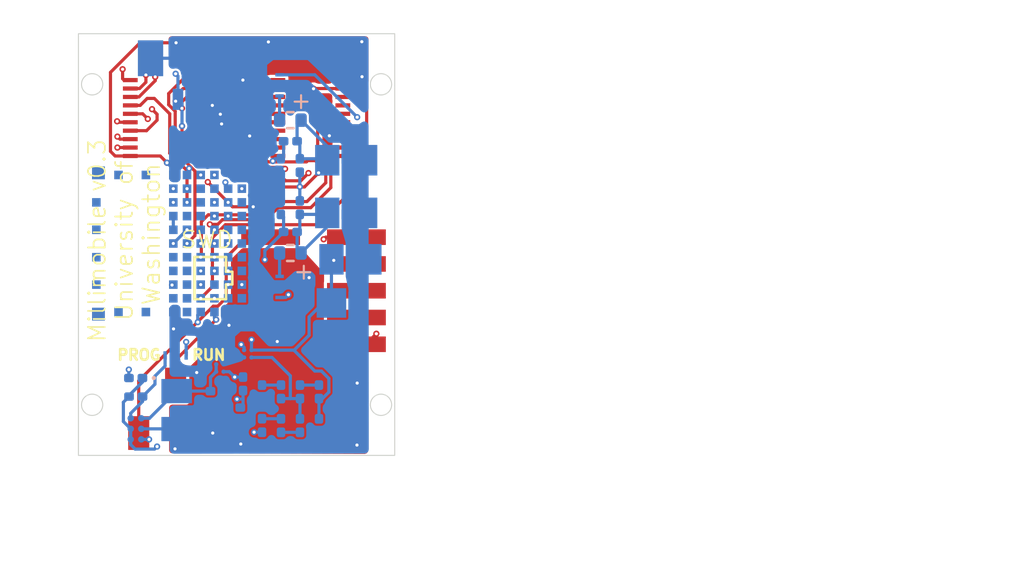
<source format=kicad_pcb>
(kicad_pcb (version 20240108) (generator "pcbnew") (generator_version "8.0")
  (layers (0 "F.Cu" signal) (1 "In1.Cu" signal "Fin.Cu") (2 "In2.Cu" signal "Bin.Cu") (31 "B.Cu" signal) (34 "B.Paste" user) (35 "F.Paste" user) (36 "B.SilkS" user "B.Silkscreen") (37 "F.SilkS" user "F.Silkscreen") (38 "B.Mask" user) (39 "F.Mask" user) (44 "Edge.Cuts" user))
  (net 0 "")
  (net 1 "GND")
  (net 2 "SuperCap")
  (net 3 "1.9V")
  (net 4 "Net-(1.9V1-CONTROL)")
  (net 5 "Sys_V")
  (net 6 "Mcap_1")
  (net 7 "Mcap_2")
  (net 8 "MCU_VDD")
  (net 9 "BATTERY_IN")
  (net 10 "Solar_In")
  (net 11 "Motor_V")
  (net 12 "PROG_VDD")
  (net 14 "Net-(M1--)")
  (net 15 "Net-(M2--)")
  (net 16 "Net-(R1-Pad2)")
  (net 17 "Net-(R3-Pad2)")
  (net 18 "Net-(R6-Pad1)")
  (net 19 "Net-(R7-Pad1)")
  (net 20 "Mcap_1_sense")
  (net 21 "Mcap_2_sense")
  (net 22 "SDA")
  (net 24 "In1")
  (net 25 "In2")
  (net 26 "Switch_CTRL")
  (net 27 "QSPI0")
  (net 30 "SWDCLK")
  (net 34 "SWDIO")
  (net 35 "SPI_SCK")
  (net 37 "SPI_MOSI")
  (net 38 "nRST")
  (net 39 "SCL")
  (net 40 "QSPI2")
  (net 41 "QSPI1")
  (net 42 "QSPI3")
  (net 43 "SPI_MISO")
  (net 44 "SPI_CSN")
  (net 45 "QSPI_CLK")
  (net 47 "Net-(U1-S)")
  (net 48 "SPI_DCX")
  (net 49 "QSPI_CS")
  (net 52 "SuperCap_sense")
  (net 62 "UART_RXD")
  (net 65 "Net-(U6-OUT_ANT)")
  (net 77 "UART_TXD")
  (net 79 "A3")
  (net 80 "A4")
  (net 81 "A5")
  (net 82 "A6")
  (net 83 "A7")
  (net 100 "unconnected-(J4-Pad5)")
  (footprint "MB-Components:DF40C2020DS04V51" (layer "F.Cu") (at 111 104 -90)
    (property "Reference" "J4" (hide yes))
    (property "Value" "DF40C_2.0_-20DS-0.4V_51_" (hide yes))
  )
  (footprint "MB-Components:DF40C2020DS04V51" (layer "F.Cu") (at 104 104 -90)
    (property "Reference" "J2" (hide yes))
    (property "Value" "DF40C_2.0_-20DS-0.4V_51_" (hide yes))
  )
  (footprint "MB-Components:CAS120A1" (layer "F.Cu") (at 104.61 117.79)
    (property "Reference" "S1" (hide yes))
    (property "Value" "CAS-120A1" (hide yes))
  )
  (footprint "MB-Components:SAMTEC_FTSH-105-01-F-DV-P-TR" (layer "F.Cu") (at 111.15 112.19 -90)
    (property "Reference" "J3" (hide yes))
    (property "Value" "FTSH-105-01-F-DV-P-TR" (hide yes))
  )
  (footprint "MB-Components:TCR3UG10A" (layer "B.Cu") (at 106.707747 115.854792)
    (property "Reference" "2.5V1" (hide yes))
    (property "Value" "TCR3UG10A" (hide yes))
  )
  (footprint "Resistor_SMD:R_0201_0603Metric" (layer "B.Cu") (at 109.6 108.25 90)
    (property "Reference" "R16" (hide yes))
    (property "Value" "150K")
  )
  (footprint "Diode_SMD:D_0201_0603Metric" (layer "B.Cu") (at 110.5 108.25 90)
    (property "Reference" "CR3" (hide yes))
    (property "Value" "SMS7630-079LF")
  )
  (footprint "Resistor_SMD:R_0201_0603Metric" (layer "B.Cu") (at 110.507747 116.984792 -90)
    (property "Reference" "R2" (hide yes))
    (property "Value" "3M")
  )
  (footprint "MB-Components:CAPC2012X140N" (layer "B.Cu") (at 112.7 106 180)
    (property "Reference" "C4" (hide yes))
    (property "Value" "100u")
  )
  (footprint "Resistor_SMD:R_0201_0603Metric" (layer "B.Cu") (at 109.607747 116.984792 90)
    (property "Reference" "R3" (hide yes))
    (property "Value" "2.49M")
  )
  (footprint "Resistor_SMD:R_0201_0603Metric" (layer "B.Cu") (at 108.707747 118.579792 90)
    (property "Reference" "R8" (hide yes))
    (property "Value" "10M")
  )
  (footprint "MB-Components:CAPCP3225X100N" (layer "B.Cu") (at 112 113.87 -90)
    (property "Reference" "C1" (hide yes))
    (property "Value" "7.5m")
  )
  (footprint "Diode_SMD:D_0201_0603Metric" (layer "B.Cu") (at 110.5 106.25 -90)
    (property "Reference" "CR2" (hide yes))
    (property "Value" "SMS7630-079LF")
  )
  (footprint "MB-Components:SN74LVC1G3157YZPR" (layer "B.Cu") (at 102.73 118.74)
    (property "Reference" "U1" (hide yes))
    (property "Value" "SN74LVC1G3157YZP" (hide yes))
  )
  (footprint "Resistor_SMD:R_0201_0603Metric" (layer "B.Cu") (at 109.607747 118.584792 -90)
    (property "Reference" "R7" (hide yes))
    (property "Value" "10M")
  )
  (footprint "Resistor_SMD:R_0201_0603Metric" (layer "B.Cu") (at 110.05 105.1 180)
    (property "Reference" "R13" (hide yes))
    (property "Value" "750K")
  )
  (footprint "Resistor_SMD:R_0201_0603Metric" (layer "B.Cu") (at 107.807747 116.604792 -90)
    (property "Reference" "R17" (hide yes))
    (property "Value" "750K")
  )
  (footprint "Resistor_SMD:R_0201_0603Metric" (layer "B.Cu") (at 109.6 106.25 -90)
    (property "Reference" "R14" (hide yes))
    (property "Value" "150K")
  )
  (footprint "Capacitor_SMD:C_0201_0603Metric" (layer "B.Cu") (at 111.407747 118.584792 -90)
    (property "Reference" "1uF1" (hide yes))
    (property "Value" "C_Small")
  )
  (footprint "Resistor_SMD:R_0201_0603Metric" (layer "B.Cu") (at 102.72 117.21 180)
    (property "Reference" "R5" (hide yes))
    (property "Value" "1M")
  )
  (footprint "Resistor_SMD:R_0402_1005Metric" (layer "B.Cu") (at 110.05 104.1 180)
    (property "Reference" "M1" (hide yes))
    (property "Value" "Motor_DC")
  )
  (footprint "Resistor_SMD:R_0201_0603Metric" (layer "B.Cu") (at 110.05 109.4 180)
    (property "Reference" "R15" (hide yes))
    (property "Value" "750K")
  )
  (footprint "MB-Components:LGA72_ISP2053_ISP" (layer "B.Cu") (at 104.3 109.95 90)
    (property "Reference" "U6" (hide yes))
    (property "Value" "ISP2053-AX-RS")
  )
  (footprint "Resistor_SMD:R_0201_0603Metric" (layer "B.Cu") (at 110.507747 118.584792 90)
    (property "Reference" "R6" (hide yes))
    (property "Value" "10M")
  )
  (footprint "MB-Components:TCR3UG10A" (layer "B.Cu") (at 108.032747 115.179792 180)
    (property "Reference" "1.9V1" (hide yes))
    (property "Value" "TCR3UG10A" (hide yes))
  )
  (footprint "MB-Components:CAPC2012X140N" (layer "B.Cu") (at 112.9 110.7)
    (property "Reference" "C7" (hide yes))
    (property "Value" "100u")
  )
  (footprint "Resistor_SMD:R_0402_1005Metric" (layer "B.Cu") (at 110.05 110.4 180)
    (property "Reference" "M2" (hide yes))
    (property "Value" "Motor_DC")
  )
  (footprint "Resistor_SMD:R_0201_0603Metric" (layer "B.Cu") (at 108.707747 116.984792 -90)
    (property "Reference" "R4" (hide yes))
    (property "Value" "200K")
  )
  (footprint "MB-Components:CAPC2012X140N" (layer "B.Cu") (at 112.7 108.5 180)
    (property "Reference" "C5" (hide yes))
    (property "Value" "100u")
  )
  (footprint "MB-Components:JST_SM02B-SURS-TF(LF)(SN)" (layer "B.Cu") (at 105.12 103.115)
    (property "Reference" "J1" (hide yes))
    (property "Value" "SM02B-SURS-TF(LF)(SN)")
  )
  (footprint "MB-Components:CSD17585F5T" (layer "B.Cu") (at 104.610005 115.26 90)
    (property "Reference" "U3" (hide yes))
    (property "Value" "CSD17585F5T" (hide yes))
  )
  (footprint "MB-Components:CAPC2012X140N" (layer "B.Cu") (at 104.66 117.85 -90)
    (property "Reference" "C2" (hide yes))
    (property "Value" "100u")
  )
  (footprint "Resistor_SMD:R_0201_0603Metric" (layer "B.Cu") (at 111.407747 116.984792 90)
    (property "Reference" "R1" (hide yes))
    (property "Value" "3M")
  )
  (footprint "Resistor_SMD:R_0201_0603Metric" (layer "B.Cu") (at 107.357747 117.729792)
    (property "Reference" "R18" (hide yes))
    (property "Value" "750K")
  )
  (footprint "Capacitor_SMD:C_0201_0603Metric" (layer "B.Cu") (at 106.582747 116.954792 180)
    (property "Reference" "Csmall1" (hide yes))
    (property "Value" "1u")
  )
  (footprint "MB-Components:CSD17585F5T" (layer "B.Cu") (at 109.54 102.45 180)
    (property "Reference" "U4" (hide yes))
    (property "Value" "CSD17585F5T" (hide yes))
  )
  (footprint "Diode_SMD:D_0201_0603Metric" (layer "B.Cu") (at 102.715 116.33 180)
    (property "Reference" "CR1" (hide yes))
    (property "Value" "SMS7630-079LF")
  )
  (footprint "MB-Components:CSD17585F5T" (layer "B.Cu") (at 109.54 112.01)
    (property "Reference" "U5" (hide yes))
    (property "Value" "CSD17585F5T" (hide yes))
  )
  (gr_line (start 107 112.59) (end 107 111.89) (stroke (width 0.12)) (layer "F.SilkS"))
  (gr_line (start 107.3 111.29) (end 107 111.29) (stroke (width 0.12)) (layer "F.SilkS"))
  (gr_line (start 105.5 112.59) (end 107 112.59) (stroke (width 0.12)) (layer "F.SilkS"))
  (gr_line (start 107.3 111.89) (end 107.3 111.29) (stroke (width 0.12)) (layer "F.SilkS"))
  (gr_line (start 107 110.59) (end 105.5 110.59) (stroke (width 0.12)) (layer "F.SilkS"))
  (gr_line (start 107 111.89) (end 107.3 111.89) (stroke (width 0.12)) (layer "F.SilkS"))
  (gr_line (start 105.5 110.59) (end 105.5 112.59) (stroke (width 0.12)) (layer "F.SilkS"))
  (gr_line (start 107 111.29) (end 107 110.59) (stroke (width 0.12)) (layer "F.SilkS"))
  (gr_circle (center 100.65 102.4) (end 101.155 102.4) (stroke (width 0.05)) (fill none) (layer "Edge.Cuts"))
  (gr_circle (center 114.35 102.4) (end 114.855 102.4) (stroke (width 0.05)) (fill none) (layer "Edge.Cuts"))
  (gr_circle (center 114.35 117.6) (end 114.855 117.6) (stroke (width 0.05)) (fill none) (layer "Edge.Cuts"))
  (gr_circle (center 100.65 117.6) (end 101.155 117.6) (stroke (width 0.05)) (fill none) (layer "Edge.Cuts"))
  (gr_rect (start 100 100) (end 115 120) (stroke (width 0.05)) (fill none) (layer "Edge.Cuts"))
  (gr_text "+" (at 111.25 111.72 0) (layer "B.SilkS") (effects (font (size 0.8 0.8) (thickness 0.1) (bold yes)) (justify left bottom mirror)))
  (gr_text "+" (at 111.12 103.63 0) (layer "B.SilkS") (effects (font (size 0.8 0.8) (thickness 0.1) (bold yes)) (justify left bottom mirror)))
  (gr_text "Millimobile v0.3 \nUniversity of \nWashington" (at 103.929555 109.510445 90) (layer "F.SilkS") (effects (font (size 0.8 0.8) (thickness 0.08)) (justify bottom)))
  (gr_text "PROG    RUN" (at 104.41 115.53 0) (layer "F.SilkS") (effects (font (size 0.5 0.5) (thickness 0.125) (bold yes)) (justify bottom)))
  (gr_text "SWD" (at 104.8 110.24 0) (layer "F.SilkS") (effects (font (size 0.8 0.8) (thickness 0.08)) (justify left bottom)))
  (segment (start 101.74 105.8) (end 101.52 105.58) (width 0.15) (layer "F.Cu") (net 1))
  (segment (start 102.923897 100.43) (end 104.63 100.43) (width 0.15) (layer "F.Cu") (net 1))
  (segment (start 101.52 105.58) (end 101.52 101.833897) (width 0.15) (layer "F.Cu") (net 1))
  (segment (start 101.52 101.833897) (end 102.923897 100.43) (width 0.15) (layer "F.Cu") (net 1))
  (segment (start 103.88 105.8) (end 102.46 105.8) (width 0.15) (layer "F.Cu") (net 1))
  (segment (start 104.2 106.12) (end 103.88 105.8) (width 0.15) (layer "F.Cu") (net 1))
  (segment (start 110.46 112.19) (end 109.115 112.19) (width 0.15) (layer "F.Cu") (net 1))
  (segment (start 102.46 105.8) (end 101.74 105.8) (width 0.15) (layer "F.Cu") (net 1))
  (via (at 113.44 100.38) (size 0.3) (drill 0.15) (layers "F.Cu" "B.Cu") (net 1))
  (via (at 109.43 114.6) (size 0.3) (drill 0.15) (layers "F.Cu" "B.Cu") (net 1))
  (via (at 107.14 113.83) (size 0.3) (drill 0.15) (layers "F.Cu" "B.Cu") (net 1))
  (via (at 113.22 116.57) (size 0.3) (drill 0.15) (layers "F.Cu" "B.Cu") (net 1))
  (via (at 109.01 100.39) (size 0.3) (drill 0.15) (layers "F.Cu" "B.Cu") (net 1))
  (via (at 113.45 102.04) (size 0.3) (drill 0.15) (layers "F.Cu" "B.Cu") (net 1))
  (via (at 104.2 106.12) (size 0.3) (drill 0.15) (layers "F.Cu" "B.Cu") (net 1))
  (via (at 110.94 111.57) (size 0.3) (drill 0.15) (layers "F.Cu" "B.Cu") (net 1))
  (via (at 113.21 119.51) (size 0.3) (drill 0.15) (layers "F.Cu" "B.Cu") (net 1))
  (via (at 107.7 119.46) (size 0.3) (drill 0.15) (layers "F.Cu" "B.Cu") (net 1))
  (via (at 104.58 119.69) (size 0.3) (drill 0.15) (layers "F.Cu" "B.Cu") (net 1))
  (via (at 105.61 116.07) (size 0.3) (drill 0.15) (layers "F.Cu" "B.Cu") (net 1))
  (via (at 104.63 100.43) (size 0.3) (drill 0.15) (layers "F.Cu" "B.Cu") (net 1))
  (via (at 107.8 102.2) (size 0.3) (drill 0.15) (layers "F.Cu" "B.Cu") (net 1))
  (via (at 111.9 104.84) (size 0.3) (drill 0.15) (layers "F.Cu" "B.Cu") (net 1))
  (via (at 108.12 104.85) (size 0.3) (drill 0.15) (layers "F.Cu" "B.Cu") (net 1))
  (via micro (at 104.5 108) (size 0.3) (drill 0.15) (layers "In1.Cu" "B.Cu") (net 1))
  (via micro (at 104.5 109.95) (size 0.3) (drill 0.15) (layers "In2.Cu" "B.Cu") (net 1))
  (via micro (at 104.51 114) (size 0.3) (drill 0.15) (layers "In2.Cu" "B.Cu") (net 1))
  (via micro (at 105.15 109.3) (size 0.3) (drill 0.15) (layers "In2.Cu" "B.Cu") (net 1))
  (segment (start 102.98 118.74) (end 104.65 118.74) (width 0.15) (layer "B.Cu") (net 1))
  (segment (start 104.51 106.43) (end 104.51 106.69) (width 0.15) (layer "B.Cu") (net 1))
  (segment (start 109.6 107.93) (end 109.52 107.93) (width 0.15) (layer "B.Cu") (net 1))
  (segment (start 106.902747 117.594792) (end 107.037747 117.729792) (width 0.15) (layer "B.Cu") (net 1))
  (segment (start 107.63 106.6) (end 107.65 106.6) (width 0.15) (layer "B.Cu") (net 1))
  (segment (start 104.5 109.95) (end 105.15 109.3) (width 0.15) (layer "B.Cu") (net 1))
  (segment (start 104.51 106.69) (end 104.5 106.7) (width 0.15) (layer "B.Cu") (net 1))
  (segment (start 104.2 106.12) (end 104.51 106.43) (width 0.15) (layer "B.Cu") (net 1))
  (segment (start 104.65 118.74) (end 104.66 118.75) (width 0.15) (layer "B.Cu") (net 1))
  (segment (start 103.42 101.165) (end 106.82 101.165) (width 0.15) (layer "B.Cu") (net 1))
  (via micro (at 108.21 114.51) (size 0.3) (drill 0.15) (layers "In2.Cu" "B.Cu") (net 2))
  (via micro (at 107.409792 116.284792) (size 0.3) (drill 0.15) (layers "In2.Cu" "B.Cu") (net 2))
  (segment (start 111.407747 117.304792) (end 111.570208 117.304792) (width 0.15) (layer "B.Cu") (net 2))
  (segment (start 111.407747 118.264792) (end 111.407747 117.304792) (width 0.15) (layer "B.Cu") (net 2))
  (segment (start 108.207747 114.512253) (end 108.21 114.51) (width 0.15) (layer "B.Cu") (net 2))
  (segment (start 110.94 114.3) (end 110.94 113.435) (width 0.15) (layer "B.Cu") (net 2))
  (segment (start 112 110.7) (end 112 112.77) (width 0.15) (layer "B.Cu") (net 2))
  (segment (start 111.570208 117.304792) (end 111.875 117) (width 0.15) (layer "B.Cu") (net 2))
  (segment (start 110.94 113.435) (end 111.605 112.77) (width 0.15) (layer "B.Cu") (net 2))
  (segment (start 106.882747 116.029792) (end 107.154792 116.029792) (width 0.15) (layer "B.Cu") (net 2))
  (segment (start 107.154792 116.029792) (end 107.409792 116.284792) (width 0.15) (layer "B.Cu") (net 2))
  (segment (start 111.875 117) (end 111.875 116.35) (width 0.15) (layer "B.Cu") (net 2))
  (segment (start 110.214792 115.004792) (end 109.529792 115.004792) (width 0.15) (layer "B.Cu") (net 2))
  (segment (start 111.875 116.35) (end 111.525 116) (width 0.15) (layer "B.Cu") (net 2))
  (segment (start 111.605 112.77) (end 112 112.77) (width 0.15) (layer "B.Cu") (net 2))
  (segment (start 111.525 116) (end 111.21 116) (width 0.15) (layer "B.Cu") (net 2))
  (segment (start 110.235208 115.004792) (end 110.94 114.3) (width 0.15) (layer "B.Cu") (net 2))
  (segment (start 108.207747 115.004792) (end 108.207747 114.512253) (width 0.15) (layer "B.Cu") (net 2))
  (segment (start 109.529792 115.004792) (end 110.235208 115.004792) (width 0.15) (layer "B.Cu") (net 2))
  (segment (start 111.21 116) (end 110.214792 115.004792) (width 0.15) (layer "B.Cu") (net 2))
  (segment (start 109.529792 115.004792) (end 108.207747 115.004792) (width 0.15) (layer "B.Cu") (net 2))
  (segment (start 107.409792 116.284792) (end 107.807747 116.284792) (width 0.15) (layer "B.Cu") (net 2))
  (segment (start 101.85 105.4) (end 102.46 105.4) (width 0.15) (layer "F.Cu") (net 3))
  (segment (start 106.36 118.94) (end 106.37 118.94) (width 0.15) (layer "F.Cu") (net 3))
  (via micro (at 101.85 105.4) (size 0.3) (drill 0.15) (layers "F.Cu" "In1.Cu") (net 3))
  (via micro (at 106.37 118.94) (size 0.3) (drill 0.15) (layers "F.Cu" "In2.Cu") (net 3))
  (via micro (at 107.72 114.74) (size 0.3) (drill 0.15) (layers "In2.Cu" "B.Cu") (net 3))
  (via micro (at 108.33 118.9) (size 0.3) (drill 0.15) (layers "In2.Cu" "B.Cu") (net 3))
  (segment (start 108.330208 118.899792) (end 108.33 118.9) (width 0.15) (layer "B.Cu") (net 3))
  (segment (start 107.857747 115.004792) (end 107.857747 114.877747) (width 0.15) (layer "B.Cu") (net 3))
  (segment (start 107.857747 114.877747) (end 107.72 114.74) (width 0.15) (layer "B.Cu") (net 3))
  (segment (start 108.707747 118.899792) (end 108.330208 118.899792) (width 0.15) (layer "B.Cu") (net 3))
  (segment (start 109.179792 115.354792) (end 110.05 116.225) (width 0.15) (layer "B.Cu") (net 4))
  (segment (start 110.507747 117.304792) (end 110.507747 118.264792) (width 0.15) (layer "B.Cu") (net 4))
  (segment (start 110.05 117.304792) (end 109.607747 117.304792) (width 0.15) (layer "B.Cu") (net 4))
  (segment (start 110.507747 117.304792) (end 110.05 117.304792) (width 0.15) (layer "B.Cu") (net 4))
  (segment (start 110.05 116.225) (end 110.05 117.304792) (width 0.15) (layer "B.Cu") (net 4))
  (segment (start 108.207747 115.354792) (end 109.179792 115.354792) (width 0.15) (layer "B.Cu") (net 4))
  (segment (start 104.66 116.95) (end 106.257955 116.95) (width 0.15) (layer "B.Cu") (net 5))
  (segment (start 106.257955 116.95) (end 106.262747 116.954792) (width 0.15) (layer "B.Cu") (net 5))
  (segment (start 106.262747 116.299792) (end 106.532747 116.029792) (width 0.15) (layer "B.Cu") (net 5))
  (segment (start 102.98 118.24) (end 103.37 118.24) (width 0.15) (layer "B.Cu") (net 5))
  (segment (start 106.262747 116.954792) (end 106.262747 116.299792) (width 0.15) (layer "B.Cu") (net 5))
  (segment (start 103.37 118.24) (end 104.66 116.95) (width 0.15) (layer "B.Cu") (net 5))
  (segment (start 106.532747 116.029792) (end 106.532747 115.679792) (width 0.15) (layer "B.Cu") (net 5))
  (segment (start 110.5 105.93) (end 111.73 105.93) (width 0.15) (layer "B.Cu") (net 6))
  (segment (start 110.5 105.93) (end 110.5 105.23) (width 0.15) (layer "B.Cu") (net 6))
  (segment (start 110.37 104.29) (end 110.56 104.1) (width 0.15) (layer "B.Cu") (net 6))
  (segment (start 111.73 105.93) (end 111.8 106) (width 0.15) (layer "B.Cu") (net 6))
  (segment (start 110.5 105.23) (end 110.37 105.1) (width 0.15) (layer "B.Cu") (net 6))
  (segment (start 111.8 106) (end 111.8 105.34) (width 0.15) (layer "B.Cu") (net 6))
  (segment (start 110.37 105.1) (end 110.37 104.29) (width 0.15) (layer "B.Cu") (net 6))
  (segment (start 111.8 105.34) (end 110.56 104.1) (width 0.15) (layer "B.Cu") (net 6))
  (segment (start 110.5 108.57) (end 111.73 108.57) (width 0.15) (layer "B.Cu") (net 7))
  (segment (start 111.8 109.16) (end 110.56 110.4) (width 0.15) (layer "B.Cu") (net 7))
  (segment (start 111.73 108.57) (end 111.8 108.5) (width 0.15) (layer "B.Cu") (net 7))
  (segment (start 110.37 109.4) (end 110.37 110.21) (width 0.15) (layer "B.Cu") (net 7))
  (segment (start 110.5 109.27) (end 110.37 109.4) (width 0.15) (layer "B.Cu") (net 7))
  (segment (start 110.37 110.21) (end 110.56 110.4) (width 0.15) (layer "B.Cu") (net 7))
  (segment (start 111.8 108.5) (end 111.8 109.16) (width 0.15) (layer "B.Cu") (net 7))
  (segment (start 110.5 108.57) (end 110.5 109.27) (width 0.15) (layer "B.Cu") (net 7))
  (segment (start 106.53 113.56) (end 104.61 115.48) (width 0.15) (layer "F.Cu") (net 8))
  (segment (start 104.61 115.48) (end 104.61 116.64) (width 0.15) (layer "F.Cu") (net 8))
  (via micro (at 106.53 113.56) (size 0.3) (drill 0.15) (layers "F.Cu" "B.Cu") (net 8))
  (segment (start 106.45 113.48) (end 106.53 113.56) (width 0.15) (layer "B.Cu") (net 8))
  (segment (start 106.45 113.2) (end 106.45 113.48) (width 0.15) (layer "B.Cu") (net 8))
  (segment (start 109.58 107.27) (end 109.26 106.95) (width 0.15) (layer "F.Cu") (net 9))
  (segment (start 111.390643 106.598057) (end 110.7187 107.27) (width 0.15) (layer "F.Cu") (net 9))
  (segment (start 109.26 106.95) (end 107.65 106.95) (width 0.15) (layer "F.Cu") (net 9))
  (segment (start 110.7187 107.27) (end 109.58 107.27) (width 0.15) (layer "F.Cu") (net 9))
  (segment (start 106.1 105.4) (end 105.54 105.4) (width 0.15) (layer "F.Cu") (net 9))
  (segment (start 107.65 106.95) (end 106.1 105.4) (width 0.15) (layer "F.Cu") (net 9))
  (via micro (at 111.390643 106.598057) (size 0.3) (drill 0.15) (layers "F.Cu" "In1.Cu") (net 9))
  (via micro (at 103.73 119.58) (size 0.3) (drill 0.15) (layers "In1.Cu" "B.Cu") (net 9))
  (segment (start 102.132253 117.477747) (end 102.4 117.21) (width 0.15) (layer "B.Cu") (net 9))
  (segment (start 102.48 119.49) (end 102.69 119.7) (width 0.15) (layer "B.Cu") (net 9))
  (segment (start 102.4 117.157461) (end 103.035 116.522461) (width 0.15) (layer "B.Cu") (net 9))
  (segment (start 103.61 119.7) (end 103.73 119.58) (width 0.15) (layer "B.Cu") (net 9))
  (segment (start 102.48 119.24) (end 102.48 119.49) (width 0.15) (layer "B.Cu") (net 9))
  (segment (start 102.48 119.24) (end 102.48 118.74) (width 0.15) (layer "B.Cu") (net 9))
  (segment (start 102.48 118.74) (end 102.132253 118.392253) (width 0.15) (layer "B.Cu") (net 9))
  (segment (start 102.4 117.21) (end 102.4 117.157461) (width 0.15) (layer "B.Cu") (net 9))
  (segment (start 103.035 116.522461) (end 103.035 116.33) (width 0.15) (layer "B.Cu") (net 9))
  (segment (start 102.132253 118.392253) (end 102.132253 117.477747) (width 0.15) (layer "B.Cu") (net 9))
  (segment (start 102.69 119.7) (end 103.61 119.7) (width 0.15) (layer "B.Cu") (net 9))
  (segment (start 104.912764 105.482764) (end 105.23 105.8) (width 0.15) (layer "F.Cu") (net 10))
  (segment (start 104.912764 104.380648) (end 104.912764 105.482764) (width 0.15) (layer "F.Cu") (net 10))
  (segment (start 105.23 105.8) (end 105.54 105.8) (width 0.15) (layer "F.Cu") (net 10))
  (via micro (at 104.912764 104.380648) (size 0.3) (drill 0.15) (layers "F.Cu" "B.Cu") (net 10))
  (via micro (at 104.61 101.9) (size 0.3) (drill 0.15) (layers "In1.Cu" "B.Cu") (net 10))
  (via micro (at 102.39 115.93) (size 0.3) (drill 0.15) (layers "In2.Cu" "B.Cu") (net 10))
  (segment (start 104.61 101.9) (end 104.72 102.01) (width 0.15) (layer "B.Cu") (net 10))
  (segment (start 104.912764 103.307764) (end 104.72 103.115) (width 0.15) (layer "B.Cu") (net 10))
  (segment (start 104.912764 104.380648) (end 104.912764 103.307764) (width 0.15) (layer "B.Cu") (net 10))
  (segment (start 102.39 116.325) (end 102.395 116.33) (width 0.15) (layer "B.Cu") (net 10))
  (segment (start 104.72 102.01) (end 104.72 103.115) (width 0.15) (layer "B.Cu") (net 10))
  (segment (start 102.39 115.93) (end 102.39 116.325) (width 0.15) (layer "B.Cu") (net 10))
  (via micro (at 103.35 119.24) (size 0.3) (drill 0.15) (layers "In1.Cu" "B.Cu") (net 11))
  (via micro (at 110.5 107.26) (size 0.3) (drill 0.15) (layers "In1.Cu" "B.Cu") (net 11))
  (segment (start 110.5 106.57) (end 110.5 107.93) (width 0.15) (layer "B.Cu") (net 11))
  (segment (start 102.98 119.24) (end 103.35 119.24) (width 0.15) (layer "B.Cu") (net 11))
  (segment (start 106.395 112.925) (end 102.86 116.46) (width 0.15) (layer "F.Cu") (net 12))
  (segment (start 107.97 109.65) (end 107.01 110.61) (width 0.15) (layer "F.Cu") (net 12))
  (segment (start 102.86 116.46) (end 102.86 118.94) (width 0.15) (layer "F.Cu") (net 12))
  (segment (start 107.01 110.61) (end 107.01 112.520331) (width 0.15) (layer "F.Cu") (net 12))
  (segment (start 109.115 109.65) (end 107.97 109.65) (width 0.15) (layer "F.Cu") (net 12))
  (segment (start 107.01 112.520331) (end 106.605331 112.925) (width 0.15) (layer "F.Cu") (net 12))
  (segment (start 106.605331 112.925) (end 106.395 112.925) (width 0.15) (layer "F.Cu") (net 12))
  (segment (start 109.54 102.949982) (end 109.54 104.1) (width 0.15) (layer "B.Cu") (net 14))
  (segment (start 109.54 111.510018) (end 109.54 110.4) (width 0.15) (layer "B.Cu") (net 15))
  (segment (start 110.507747 116.664792) (end 111.407747 116.664792) (width 0.15) (layer "B.Cu") (net 16))
  (segment (start 108.707747 116.664792) (end 109.607747 116.664792) (width 0.15) (layer "B.Cu") (net 17))
  (segment (start 109.607747 118.904792) (end 110.507747 118.904792) (width 0.15) (layer "B.Cu") (net 18))
  (segment (start 109.602747 118.259792) (end 109.607747 118.264792) (width 0.15) (layer "B.Cu") (net 19))
  (segment (start 108.707747 118.259792) (end 109.602747 118.259792) (width 0.15) (layer "B.Cu") (net 19))
  (via micro (at 109.22 106.04) (size 0.3) (drill 0.15) (layers "In2.Cu" "B.Cu") (net 20))
  (via micro (at 107.1 108.65) (size 0.3) (drill 0.15) (layers "In2.Cu" "B.Cu") (net 20))
  (segment (start 109.73 105.8) (end 109.6 105.93) (width 0.15) (layer "B.Cu") (net 20))
  (segment (start 109.33 105.93) (end 109.6 105.93) (width 0.15) (layer "B.Cu") (net 20))
  (segment (start 109.73 105.1) (end 109.73 105.8) (width 0.15) (layer "B.Cu") (net 20))
  (segment (start 109.22 106.04) (end 109.33 105.93) (width 0.15) (layer "B.Cu") (net 20))
  (via micro (at 107.1 111.9) (size 0.3) (drill 0.15) (layers "In2.Cu" "B.Cu") (net 21))
  (via micro (at 108.84 110.72) (size 0.3) (drill 0.15) (layers "In2.Cu" "B.Cu") (net 21))
  (segment (start 108.84 110.72) (end 108.84 110.29) (width 0.15) (layer "B.Cu") (net 21))
  (segment (start 108.84 110.29) (end 109.73 109.4) (width 0.15) (layer "B.Cu") (net 21))
  (segment (start 109.73 108.7) (end 109.6 108.57) (width 0.15) (layer "B.Cu") (net 21))
  (segment (start 109.73 109.4) (end 109.73 108.7) (width 0.15) (layer "B.Cu") (net 21))
  (segment (start 106.71 103.8) (end 106.73 103.82) (width 0.15) (layer "F.Cu") (net 22))
  (segment (start 105.54 103.8) (end 106.71 103.8) (width 0.15) (layer "F.Cu") (net 22))
  (via micro (at 106.73 103.82) (size 0.3) (drill 0.15) (layers "F.Cu" "In1.Cu") (net 22))
  (via micro (at 107.75 111.9) (size 0.3) (drill 0.15) (layers "In2.Cu" "B.Cu") (net 22))
  (via micro (at 105.66 113.68) (size 0.3) (drill 0.15) (layers "In1.Cu" "B.Cu") (net 24))
  (via micro (at 113.22 103.96) (size 0.3) (drill 0.15) (layers "In2.Cu" "B.Cu") (net 24))
  (segment (start 105.66 113.34) (end 105.8 113.2) (width 0.15) (layer "B.Cu") (net 24))
  (segment (start 111.210005 101.950005) (end 113.22 103.96) (width 0.15) (layer "B.Cu") (net 24))
  (segment (start 109.54 101.950005) (end 111.210005 101.950005) (width 0.15) (layer "B.Cu") (net 24))
  (segment (start 105.66 113.68) (end 105.66 113.34) (width 0.15) (layer "B.Cu") (net 24))
  (via micro (at 109.96 112.38) (size 0.3) (drill 0.15) (layers "In1.Cu" "B.Cu") (net 25))
  (via micro (at 105.8 111.9) (size 0.3) (drill 0.15) (layers "In1.Cu" "B.Cu") (net 25))
  (segment (start 109.96 112.38) (end 109.830005 112.509995) (width 0.15) (layer "B.Cu") (net 25))
  (segment (start 109.830005 112.509995) (end 109.54 112.509995) (width 0.15) (layer "B.Cu") (net 25))
  (via micro (at 105.11 114.62) (size 0.3) (drill 0.15) (layers "In1.Cu" "B.Cu") (net 26))
  (via micro (at 104.44 111.92) (size 0.3) (drill 0.15) (layers "In1.Cu" "B.Cu") (net 26))
  (segment (start 104.46 111.9) (end 104.44 111.92) (width 0.15) (layer "B.Cu") (net 26))
  (segment (start 104.5 111.9) (end 104.46 111.9) (width 0.15) (layer "B.Cu") (net 26))
  (segment (start 105.11 115.26) (end 105.11 114.62) (width 0.15) (layer "B.Cu") (net 26))
  (segment (start 106.579669 104.6) (end 105.54 104.6) (width 0.15) (layer "F.Cu") (net 27))
  (segment (start 108.319669 106.34) (end 106.579669 104.6) (width 0.15) (layer "F.Cu") (net 27))
  (segment (start 109.73 106.34) (end 108.319669 106.34) (width 0.15) (layer "F.Cu") (net 27))
  (segment (start 109.8 106.41) (end 109.73 106.34) (width 0.15) (layer "F.Cu") (net 27))
  (via micro (at 109.8 106.41) (size 0.3) (drill 0.15) (layers "F.Cu" "In1.Cu") (net 27))
  (via micro (at 106.45 112.55) (size 0.3) (drill 0.15) (layers "F.Cu" "B.Cu") (net 27))
  (segment (start 112.28 110.92) (end 112.11 110.75) (width 0.15) (layer "F.Cu") (net 30))
  (segment (start 108.29 108.208358) (end 107.308358 108.208358) (width 0.15) (layer "F.Cu") (net 30))
  (segment (start 107.308358 108.208358) (end 106.135 107.035) (width 0.15) (layer "F.Cu") (net 30))
  (segment (start 113.185 110.92) (end 112.28 110.92) (width 0.15) (layer "F.Cu") (net 30))
  (via micro (at 108.29 108.208358) (size 0.3) (drill 0.15) (layers "F.Cu" "In1.Cu") (net 30))
  (via micro (at 112.11 110.75) (size 0.3) (drill 0.15) (layers "F.Cu" "In1.Cu") (net 30))
  (via micro (at 106.135 107.035) (size 0.3) (drill 0.15) (layers "F.Cu" "In1.Cu") (net 30))
  (via micro (at 105.8 106.7) (size 0.3) (drill 0.15) (layers "In1.Cu" "B.Cu") (net 30))
  (segment (start 111.63 109.75) (end 111.73 109.65) (width 0.15) (layer "F.Cu") (net 34))
  (segment (start 111.73 109.65) (end 113.185 109.65) (width 0.15) (layer "F.Cu") (net 34))
  (via micro (at 111.63 109.75) (size 0.3) (drill 0.15) (layers "F.Cu" "In1.Cu") (net 34))
  (via micro (at 106.45 106.7) (size 0.3) (drill 0.15) (layers "In1.Cu" "B.Cu") (net 34))
  (segment (start 103.49 103.58) (end 103.73 103.82) (width 0.15) (layer "F.Cu") (net 35))
  (segment (start 103.73 103.82) (end 103.73 104.1) (width 0.15) (layer "F.Cu") (net 35))
  (segment (start 103.73 104.1) (end 103.23 104.6) (width 0.15) (layer "F.Cu") (net 35))
  (segment (start 103.23 104.6) (end 102.46 104.6) (width 0.15) (layer "F.Cu") (net 35))
  (via micro (at 103.49 103.58) (size 0.3) (drill 0.15) (layers "F.Cu" "In2.Cu") (net 35))
  (via micro (at 107.1 108) (size 0.3) (drill 0.15) (layers "In2.Cu" "B.Cu") (net 35))
  (segment (start 101.97 105) (end 102.46 105) (width 0.15) (layer "F.Cu") (net 37))
  (segment (start 101.85 104.88) (end 101.97 105) (width 0.15) (layer "F.Cu") (net 37))
  (via micro (at 101.85 104.88) (size 0.3) (drill 0.15) (layers "F.Cu" "In1.Cu") (net 37))
  (via micro (at 106.45 109.3) (size 0.3) (drill 0.15) (layers "In2.Cu" "B.Cu") (net 37))
  (segment (start 114.13 114.23) (end 113.63 114.73) (width 0.15) (layer "F.Cu") (net 38))
  (segment (start 113.63 114.73) (end 113.185 114.73) (width 0.15) (layer "F.Cu") (net 38))
  (via micro (at 114.13 114.23) (size 0.3) (drill 0.15) (layers "F.Cu" "In2.Cu") (net 38))
  (via micro (at 105.25 106.39) (size 0.3) (drill 0.15) (layers "In2.Cu" "B.Cu") (net 38))
  (segment (start 105.25 106.6) (end 105.15 106.7) (width 0.15) (layer "B.Cu") (net 38))
  (segment (start 105.25 106.39) (end 105.25 106.6) (width 0.15) (layer "B.Cu") (net 38))
  (segment (start 103.29 104.042112) (end 103.047888 103.8) (width 0.15) (layer "F.Cu") (net 39))
  (segment (start 103.047888 103.8) (end 102.46 103.8) (width 0.15) (layer "F.Cu") (net 39))
  (via micro (at 103.29 104.042112) (size 0.3) (drill 0.15) (layers "F.Cu" "In2.Cu") (net 39))
  (via micro (at 106.97 107.05) (size 0.3) (drill 0.15) (layers "In2.Cu" "B.Cu") (net 39))
  (segment (start 106.97 107.22) (end 107.1 107.35) (width 0.15) (layer "B.Cu") (net 39))
  (segment (start 106.97 107.05) (end 106.97 107.22) (width 0.15) (layer "B.Cu") (net 39))
  (segment (start 106.35 103.4) (end 105.54 103.4) (width 0.15) (layer "F.Cu") (net 40))
  (via micro (at 106.35 103.4) (size 0.3) (drill 0.15) (layers "F.Cu" "In1.Cu") (net 40))
  (via micro (at 106.45 111.25) (size 0.3) (drill 0.15) (layers "In1.Cu" "B.Cu") (net 40))
  (segment (start 106.71 104.2) (end 106.79 104.28) (width 0.15) (layer "F.Cu") (net 41))
  (segment (start 105.54 104.2) (end 106.71 104.2) (width 0.15) (layer "F.Cu") (net 41))
  (via micro (at 106.79 104.28) (size 0.3) (drill 0.15) (layers "F.Cu" "In1.Cu") (net 41))
  (via micro (at 106.45 110.6) (size 0.3) (drill 0.15) (layers "In2.Cu" "B.Cu") (net 41))
  (segment (start 104.91 103.54) (end 104.91 103.23) (width 0.15) (layer "F.Cu") (net 42))
  (segment (start 105.14 103) (end 105.54 103) (width 0.15) (layer "F.Cu") (net 42))
  (segment (start 104.91 103.23) (end 105.14 103) (width 0.15) (layer "F.Cu") (net 42))
  (via micro (at 104.91 103.54) (size 0.3) (drill 0.15) (layers "F.Cu" "In1.Cu") (net 42))
  (via micro (at 106.45 109.95) (size 0.3) (drill 0.15) (layers "In1.Cu" "B.Cu") (net 42))
  (segment (start 101.835 104.155) (end 101.88 104.2) (width 0.15) (layer "F.Cu") (net 43))
  (segment (start 101.88 104.2) (end 102.46 104.2) (width 0.15) (layer "F.Cu") (net 43))
  (via micro (at 101.835 104.155) (size 0.3) (drill 0.15) (layers "F.Cu" "In1.Cu") (net 43))
  (via micro (at 107.75 107.35) (size 0.3) (drill 0.15) (layers "In2.Cu" "B.Cu") (net 43))
  (segment (start 111.16 102.6) (end 112.54 102.6) (width 0.15) (layer "F.Cu") (net 44))
  (segment (start 111.15 102.61) (end 111.16 102.6) (width 0.15) (layer "F.Cu") (net 44))
  (via micro (at 111.15 102.61) (size 0.3) (drill 0.15) (layers "F.Cu" "In2.Cu") (net 44))
  (via micro (at 106.45 108.65) (size 0.3) (drill 0.15) (layers "In1.Cu" "B.Cu") (net 44))
  (segment (start 104.610103 103.200948) (end 104.610103 102.959897) (width 0.15) (layer "F.Cu") (net 45))
  (segment (start 104.610103 102.959897) (end 104.97 102.6) (width 0.15) (layer "F.Cu") (net 45))
  (segment (start 104.97 102.6) (end 105.54 102.6) (width 0.15) (layer "F.Cu") (net 45))
  (via micro (at 104.610103 103.200948) (size 0.3) (drill 0.15) (layers "F.Cu" "In1.Cu") (net 45))
  (via micro (at 106.45 108) (size 0.3) (drill 0.15) (layers "In1.Cu" "B.Cu") (net 45))
  (segment (start 103.63 116.62) (end 103.63 116.24) (width 0.15) (layer "B.Cu") (net 47))
  (segment (start 103.04 117.21) (end 103.63 116.62) (width 0.15) (layer "B.Cu") (net 47))
  (segment (start 103.63 116.24) (end 104.110023 115.759977) (width 0.15) (layer "B.Cu") (net 47))
  (segment (start 103.04 117.442461) (end 103.04 117.21) (width 0.15) (layer "B.Cu") (net 47))
  (segment (start 102.48 118.24) (end 102.48 118.002461) (width 0.15) (layer "B.Cu") (net 47))
  (segment (start 102.48 118.002461) (end 103.04 117.442461) (width 0.15) (layer "B.Cu") (net 47))
  (segment (start 104.110023 115.759977) (end 104.110023 115.26) (width 0.15) (layer "B.Cu") (net 47))
  (segment (start 106.355 111.995) (end 105.8 112.55) (width 0.15) (layer "F.Cu") (net 48))
  (segment (start 113.67 102.84) (end 113.67 106.74) (width 0.15) (layer "F.Cu") (net 48))
  (segment (start 111.35 109.06) (end 106.97 109.06) (width 0.15) (layer "F.Cu") (net 48))
  (segment (start 106.355 109.675) (end 106.355 111.995) (width 0.15) (layer "F.Cu") (net 48))
  (segment (start 113.03 102.2) (end 113.67 102.84) (width 0.15) (layer "F.Cu") (net 48))
  (segment (start 112.54 102.2) (end 113.03 102.2) (width 0.15) (layer "F.Cu") (net 48))
  (segment (start 106.97 109.06) (end 106.355 109.675) (width 0.15) (layer "F.Cu") (net 48))
  (segment (start 113.67 106.74) (end 111.35 109.06) (width 0.15) (layer "F.Cu") (net 48))
  (via micro (at 105.8 112.55) (size 0.3) (drill 0.15) (layers "F.Cu" "B.Cu") (net 48))
  (segment (start 109.824669 106.975) (end 109.435625 106.585956) (width 0.15) (layer "F.Cu") (net 49))
  (segment (start 109.435625 106.585956) (end 107.895956 106.585956) (width 0.15) (layer "F.Cu") (net 49))
  (segment (start 110.545 106.975) (end 109.824669 106.975) (width 0.15) (layer "F.Cu") (net 49))
  (segment (start 110.91 106.61) (end 110.545 106.975) (width 0.15) (layer "F.Cu") (net 49))
  (segment (start 107.895956 106.585956) (end 106.31 105) (width 0.15) (layer "F.Cu") (net 49))
  (segment (start 106.31 105) (end 105.54 105) (width 0.15) (layer "F.Cu") (net 49))
  (via micro (at 110.91 106.61) (size 0.3) (drill 0.15) (layers "F.Cu" "In1.Cu") (net 49))
  (via micro (at 105.8 111.25) (size 0.3) (drill 0.15) (layers "In2.Cu" "B.Cu") (net 49))
  (via micro (at 107.52 117.33) (size 0.3) (drill 0.15) (layers "In1.Cu" "B.Cu") (net 52))
  (via micro (at 107.1 111.25) (size 0.3) (drill 0.15) (layers "In1.Cu" "B.Cu") (net 52))
  (segment (start 107.807747 117.599792) (end 107.677747 117.729792) (width 0.15) (layer "B.Cu") (net 52))
  (segment (start 107.807747 116.924792) (end 107.807747 117.33) (width 0.15) (layer "B.Cu") (net 52))
  (segment (start 107.807747 117.33) (end 107.807747 117.599792) (width 0.15) (layer "B.Cu") (net 52))
  (segment (start 107.807747 117.33) (end 107.52 117.33) (width 0.15) (layer "B.Cu") (net 52))
  (segment (start 108.752512 108.59) (end 106.15587 108.59) (width 0.15) (layer "F.Cu") (net 62))
  (segment (start 111.73 107.07) (end 110.84 107.96) (width 0.15) (layer "F.Cu") (net 62))
  (segment (start 109.46 102.2) (end 108.95 102.2) (width 0.15) (layer "F.Cu") (net 62))
  (segment (start 108.9874 106.08) (end 110.811134 106.08) (width 0.15) (layer "F.Cu") (net 62))
  (segment (start 108.69 102.46) (end 108.69 105.7826) (width 0.15) (layer "F.Cu") (net 62))
  (segment (start 108.69 105.7826) (end 108.9874 106.08) (width 0.15) (layer "F.Cu") (net 62))
  (segment (start 110.84 107.96) (end 109.382512 107.96) (width 0.15) (layer "F.Cu") (net 62))
  (segment (start 110.811134 106.08) (end 110.871735 106.019399) (width 0.15) (layer "F.Cu") (net 62))
  (segment (start 110.871735 106.019399) (end 111.238089 106.019399) (width 0.15) (layer "F.Cu") (net 62))
  (segment (start 111.73 106.51131) (end 111.73 107.07) (width 0.15) (layer "F.Cu") (net 62))
  (segment (start 111.238089 106.019399) (end 111.73 106.51131) (width 0.15) (layer "F.Cu") (net 62))
  (segment (start 105.83 108.91587) (end 105.83 110.62) (width 0.15) (layer "F.Cu") (net 62))
  (segment (start 106.15587 108.59) (end 105.83 108.91587) (width 0.15) (layer "F.Cu") (net 62))
  (segment (start 109.382512 107.96) (end 108.752512 108.59) (width 0.15) (layer "F.Cu") (net 62))
  (segment (start 108.95 102.2) (end 108.69 102.46) (width 0.15) (layer "F.Cu") (net 62))
  (via micro (at 105.8 110.6) (size 0.3) (drill 0.15) (layers "F.Cu" "B.Cu") (net 62))
  (segment (start 104.5 108.65) (end 104.5 109.3) (width 0.15) (layer "B.Cu") (net 65))
  (segment (start 111.346851 103.986851) (end 109.96 102.6) (width 0.15) (layer "F.Cu") (net 77))
  (segment (start 109.47 108.25) (end 111.02 108.25) (width 0.15) (layer "F.Cu") (net 77))
  (segment (start 109.96 102.6) (end 109.46 102.6) (width 0.15) (layer "F.Cu") (net 77))
  (segment (start 106.83 108.82) (end 108.9 108.82) (width 0.15) (layer "F.Cu") (net 77))
  (segment (start 108.9 108.82) (end 109.47 108.25) (width 0.15) (layer "F.Cu") (net 77))
  (segment (start 106.606139 109.043861) (end 106.83 108.82) (width 0.15) (layer "F.Cu") (net 77))
  (segment (start 106.23234 109.043861) (end 106.606139 109.043861) (width 0.15) (layer "F.Cu") (net 77))
  (segment (start 111.97 107.3) (end 111.97 106.18) (width 0.15) (layer "F.Cu") (net 77))
  (segment (start 111.97 106.18) (end 111.346851 105.556851) (width 0.15) (layer "F.Cu") (net 77))
  (segment (start 111.346851 105.556851) (end 111.346851 103.986851) (width 0.15) (layer "F.Cu") (net 77))
  (segment (start 111.02 108.25) (end 111.97 107.3) (width 0.15) (layer "F.Cu") (net 77))
  (via micro (at 106.23234 109.043861) (size 0.3) (drill 0.15) (layers "F.Cu" "In1.Cu") (net 77))
  (via micro (at 105.8 109.95) (size 0.3) (drill 0.15) (layers "In1.Cu" "B.Cu") (net 77))
  (segment (start 102.16 102.2) (end 102.46 102.2) (width 0.15) (layer "F.Cu") (net 79))
  (segment (start 102.095 102.135) (end 102.16 102.2) (width 0.15) (layer "F.Cu") (net 79))
  (segment (start 102.095 101.685) (end 102.095 102.135) (width 0.15) (layer "F.Cu") (net 79))
  (via micro (at 102.095 101.685) (size 0.3) (drill 0.15) (layers "F.Cu" "In1.Cu") (net 79))
  (via micro (at 107.1 109.95) (size 0.3) (drill 0.15) (layers "In2.Cu" "B.Cu") (net 79))
  (segment (start 103.2 101.96) (end 103.2 102.3) (width 0.15) (layer "F.Cu") (net 80))
  (segment (start 103.2 102.3) (end 102.9 102.6) (width 0.15) (layer "F.Cu") (net 80))
  (segment (start 102.9 102.6) (end 102.46 102.6) (width 0.15) (layer "F.Cu") (net 80))
  (via micro (at 103.2 101.96) (size 0.3) (drill 0.15) (layers "F.Cu" "In2.Cu") (net 80))
  (via micro (at 104.5 107.35) (size 0.3) (drill 0.15) (layers "In2.Cu" "B.Cu") (net 80))
  (segment (start 103.641264 102.228736) (end 102.87 103) (width 0.15) (layer "F.Cu") (net 81))
  (segment (start 103.641264 102.048253) (end 103.641264 102.228736) (width 0.15) (layer "F.Cu") (net 81))
  (segment (start 102.87 103) (end 102.46 103) (width 0.15) (layer "F.Cu") (net 81))
  (via micro (at 103.641264 102.048253) (size 0.3) (drill 0.15) (layers "F.Cu" "In2.Cu") (net 81))
  (via micro (at 105.15 107.35) (size 0.3) (drill 0.15) (layers "In2.Cu" "B.Cu") (net 81))
  (segment (start 102.46 103.4) (end 102.93 103.4) (width 0.15) (layer "F.Cu") (net 82))
  (segment (start 104.33 105.67) (end 105.15 106.49) (width 0.15) (layer "F.Cu") (net 82))
  (segment (start 104.33 103.8) (end 104.33 105.67) (width 0.15) (layer "F.Cu") (net 82))
  (segment (start 103.26 103.07) (end 103.6 103.07) (width 0.15) (layer "F.Cu") (net 82))
  (segment (start 102.93 103.4) (end 103.26 103.07) (width 0.15) (layer "F.Cu") (net 82))
  (segment (start 103.6 103.07) (end 104.33 103.8) (width 0.15) (layer "F.Cu") (net 82))
  (segment (start 105.15 106.49) (end 105.15 108) (width 0.15) (layer "F.Cu") (net 82))
  (via micro (at 105.15 108) (size 0.3) (drill 0.15) (layers "F.Cu" "B.Cu") (net 82))
  (segment (start 104.28 102.84) (end 104.28 103.37) (width 0.15) (layer "F.Cu") (net 83))
  (segment (start 105.54 102.2) (end 104.92 102.2) (width 0.15) (layer "F.Cu") (net 83))
  (segment (start 104.92 102.2) (end 104.28 102.84) (width 0.15) (layer "F.Cu") (net 83))
  (segment (start 104.59 103.68) (end 104.59 105.58) (width 0.15) (layer "F.Cu") (net 83))
  (segment (start 105.525 109.575) (end 105.15 109.95) (width 0.15) (layer "F.Cu") (net 83))
  (segment (start 105.525 106.515) (end 105.525 109.575) (width 0.15) (layer "F.Cu") (net 83))
  (segment (start 104.59 105.58) (end 105.525 106.515) (width 0.15) (layer "F.Cu") (net 83))
  (segment (start 104.28 103.37) (end 104.59 103.68) (width 0.15) (layer "F.Cu") (net 83))
  (via micro (at 105.15 109.95) (size 0.3) (drill 0.15) (layers "F.Cu" "B.Cu") (net 83))
  (segment (start 109.46 103) (end 109.71 103) (width 0.15) (layer "F.Cu") (net 100))
  (zone (net 0) (net_name "") (layer "F.Cu") (connect_pads yes (clearance 0)) (min_thickness 0.3)
    (keepout (tracks allowed) (vias allowed) (pads allowed) (copperpour not_allowed) (footprints allowed))
    (fill (thermal_gap 0.5) (thermal_bridge_width 0.5))
    (polygon (pts (xy 110.56 110.17) (xy 111.65 111.36) (xy 111.65 115.22) (xy 113.63 115.22) (xy 113.65 109.22) (xy 110.56 109.23)))
  )
  (zone (net 0) (net_name "") (layer "F.Cu") (connect_pads yes (clearance 0)) (min_thickness 0.3)
    (keepout (tracks allowed) (vias allowed) (pads allowed) (copperpour not_allowed) (footprints allowed))
    (fill (thermal_gap 0.5) (thermal_bridge_width 0.5))
    (polygon (pts (xy 104.29 100.84) (xy 107.09 102.67) (xy 107.08 104.37) (xy 108.48 105.7) (xy 104.3 105.55)))
  )
  (zone (net 0) (net_name "") (layer "F.Cu") (connect_pads yes (clearance 0)) (min_thickness 0.3)
    (keepout (tracks allowed) (vias allowed) (pads allowed) (copperpour not_allowed) (footprints allowed))
    (fill (thermal_gap 0.5) (thermal_bridge_width 0.5))
    (polygon (pts (xy 104.8 106.45) (xy 104.8 116.03) (xy 105.04 116.03) (xy 106.84 114.27) (xy 106.84 113.02) (xy 105.19 106.44)))
  )
  (zone (net 1) (net_name "GND") (layer "F.Cu") (connect_pads yes (clearance 0.15)) (min_thickness 0.3) (fill yes (thermal_gap 0.5) (thermal_bridge_width 0.5))
    (polygon (pts (xy 113.76 100.12) (xy 104.27 100.12) (xy 104.31 104.53) (xy 104.3 119.9) (xy 113.73 119.93) (xy 113.76 106.36)))
  )
  (zone (net 1) (net_name "GND") (layer "B.Cu") (connect_pads yes (clearance 0.1)) (min_thickness 0.4) (fill yes (thermal_gap 0.5) (thermal_bridge_width 0.5))
    (polygon (pts (xy 104.27 100.12) (xy 113.76 100.12) (xy 113.76 104.54) (xy 113.77 119.91) (xy 104.33 119.92) (xy 104.3 106.35)))
  )
  (zone (net 0) (net_name "") (layer "B.Cu") (connect_pads yes (clearance 0)) (min_thickness 0.3)
    (keepout (tracks allowed) (vias allowed) (pads allowed) (copperpour not_allowed) (footprints allowed))
    (fill (thermal_gap 0.5) (thermal_bridge_width 0.5))
    (polygon (pts (xy 109.8 106.24) (xy 109.8 108.26) (xy 112.48 108.26) (xy 112.48 106.24)))
  )
  (zone (net 0) (net_name "") (layer "B.Cu") (connect_pads yes (clearance 0)) (min_thickness 0.3)
    (keepout (tracks allowed) (vias allowed) (pads allowed) (copperpour not_allowed) (footprints allowed))
    (fill (thermal_gap 0.5) (thermal_bridge_width 0.5))
    (polygon (pts (xy 108.64 110.84) (xy 109.28 111.68) (xy 109.79 111.68) (xy 110.28 111.25) (xy 111.04 111.25) (xy 111.24 111.45) (xy 111.24 112.18) (xy 112.81 112.18) (xy 112.67 111.48) (xy 112.67 109.9) (xy 112.48 109.25) (xy 112.48 108.87) (xy 109.31 108.85) (xy 109.31 109.55) (xy 108.64 110.22)))
  )
  (zone (net 0) (net_name "") (layer "B.Cu") (connect_pads yes (clearance 0)) (min_thickness 0.1)
    (keepout (tracks allowed) (vias allowed) (pads allowed) (copperpour not_allowed) (footprints allowed))
    (fill (thermal_gap 0.5) (thermal_bridge_width 0.5) (island_removal_mode 1) (island_area_min 10))
    (polygon (pts (xy 108.95 101.97) (xy 109.11 102.14) (xy 109.16 102.19) (xy 110.9 102.19) (xy 112.99 104.29) (xy 113.31 104.29) (xy 113.53 104.14) (xy 113.53 103.78) (xy 110.87 101.25) (xy 109.24 101.25) (xy 108.95 101.48)))
  )
  (zone (net 0) (net_name "") (layer "B.Cu") (connect_pads yes (clearance 0)) (min_thickness 0.3)
    (keepout (tracks allowed) (vias allowed) (pads allowed) (copperpour not_allowed) (footprints allowed))
    (fill (thermal_gap 0.5) (thermal_bridge_width 0.5))
    (polygon (pts (xy 107.7 114.12) (xy 107.43 114.36) (xy 107.43 114.85) (xy 107.64 115) (xy 107.89 115) (xy 108.05 115.19) (xy 108.05 115.44) (xy 106.91 115.79) (xy 106.91 115.95) (xy 108.97 115.96) (xy 108.97 114.78) (xy 108.34 114.12)))
  )
  (zone (net 0) (net_name "") (layer "B.Cu") (connect_pads yes (clearance 0)) (min_thickness 0.1)
    (keepout (tracks allowed) (vias allowed) (pads allowed) (copperpour not_allowed) (footprints allowed))
    (fill (thermal_gap 0.5) (thermal_bridge_width 0.5) (island_removal_mode 1) (island_area_min 10))
    (polygon (pts (xy 104.81 114.65) (xy 104.81 115.31) (xy 104.84 115.52) (xy 104.95 115.65) (xy 105.08 115.71) (xy 105.2 115.73) (xy 105.33 115.74) (xy 105.59 115.74) (xy 105.64 115.7) (xy 105.64 114.43) (xy 105.54 114.33) (xy 105.15 114.32) (xy 105.06 114.32) (xy 104.96 114.35) (xy 104.87 114.43) (xy 104.82 114.53)))
  )
)
</source>
